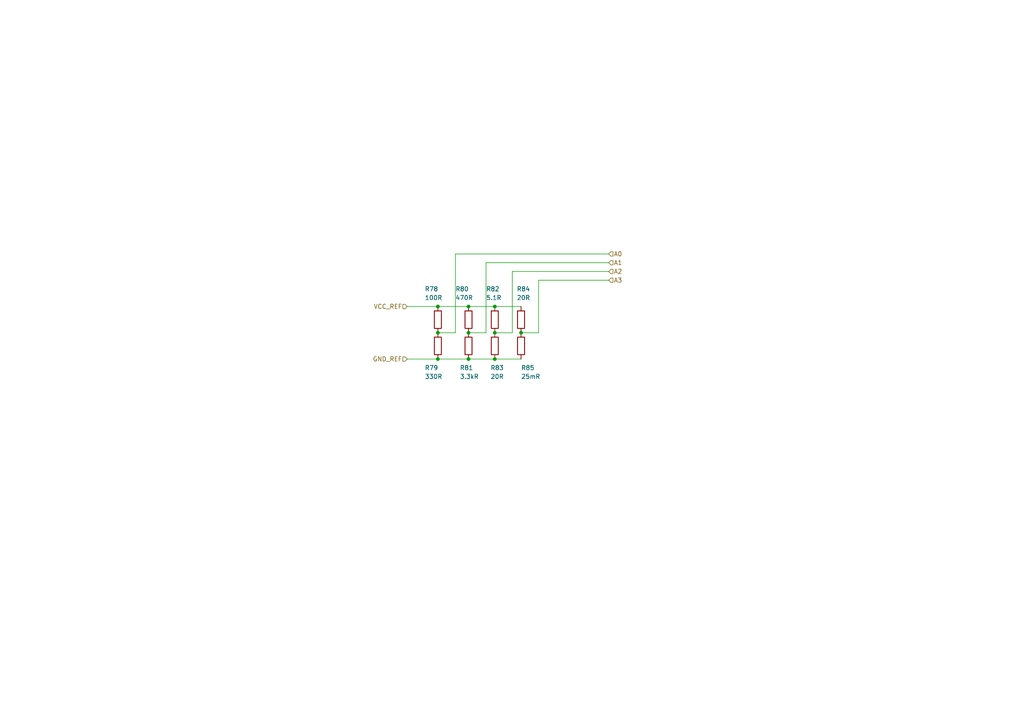
<source format=kicad_sch>
(kicad_sch (version 20211123) (generator eeschema)
  (paper "A4")
  (lib_symbols
    (symbol "Device:R" (pin_numbers hide) (pin_names (offset 0))
      (property "Reference" "R" (at 2.032 0 90))
      (property "Value" "R" (at 0 0 90))
      (symbol "R_0_1"
        (rectangle (start -1.016 -2.54) (end 1.016 2.54) (stroke (width 0.254)))
      )
      (symbol "R_1_1"
        (pin passive line (at 0 3.81 270) (length 1.27) (name "~") (number "1"))
        (pin passive line (at 0 -3.81 90) (length 1.27) (name "~") (number "2"))
      )
    )
  )
  (junction (at 127 88.9))
  (junction (at 135.89 104.14))
  (junction (at 135.89 96.52))
  (junction (at 143.51 96.52))
  (junction (at 127 104.14))
  (junction (at 143.51 104.14))
  (junction (at 127 96.52))
  (junction (at 151.13 96.52))
  (junction (at 143.51 88.9))
  (junction (at 135.89 88.9))
  (wire (pts (xy 140.97 96.52) (xy 140.97 76.2)))
  (wire (pts (xy 127 88.9) (xy 118.11 88.9)))
  (wire (pts (xy 143.51 104.14) (xy 135.89 104.14)))
  (wire (pts (xy 132.08 73.66) (xy 176.53 73.66)))
  (wire (pts (xy 143.51 88.9) (xy 135.89 88.9)))
  (wire (pts (xy 127 96.52) (xy 132.08 96.52)))
  (wire (pts (xy 151.13 88.9) (xy 143.51 88.9)))
  (wire (pts (xy 151.13 96.52) (xy 156.21 96.52)))
  (wire (pts (xy 148.59 78.74) (xy 176.53 78.74)))
  (wire (pts (xy 132.08 96.52) (xy 132.08 73.66)))
  (wire (pts (xy 135.89 96.52) (xy 140.97 96.52)))
  (wire (pts (xy 135.89 88.9) (xy 127 88.9)))
  (wire (pts (xy 143.51 96.52) (xy 148.59 96.52)))
  (wire (pts (xy 176.53 76.2) (xy 140.97 76.2)))
  (wire (pts (xy 156.21 81.28) (xy 176.53 81.28)))
  (wire (pts (xy 156.21 96.52) (xy 156.21 81.28)))
  (wire (pts (xy 135.89 104.14) (xy 127 104.14)))
  (wire (pts (xy 151.13 104.14) (xy 143.51 104.14)))
  (wire (pts (xy 127 104.14) (xy 118.11 104.14)))
  (wire (pts (xy 148.59 96.52) (xy 148.59 78.74)))
  (hierarchical_label "VCC_REF" (shape input) (at 118.11 88.9 180))
  (hierarchical_label "GND_REF" (shape input) (at 118.11 104.14 180))
  (hierarchical_label "A1" (shape input) (at 176.53 76.2 0))
  (hierarchical_label "A2" (shape input) (at 176.53 78.74 0))
  (hierarchical_label "A0" (shape input) (at 176.53 73.66 0))
  (hierarchical_label "A3" (shape input) (at 176.53 81.28 0))
  (symbol (lib_id "Device:R") (at 127 92.71 0) (unit 1)
    (property "Reference" "R78" (at 123.19 83.82 0) (effects (justify left)))
    (property "Value" "100R" (at 123.19 86.36 0) (effects (justify left)))
    (property "Footprint" "Resistor_SMD:R_0603_1608Metric_Pad0.98x0.95mm_HandSolder" (effects hide))
    (property "Part Number" "-" (effects hide))
    (property "Manufacturer" "-" (effects hide))
  )
  (symbol (lib_id "Device:R") (at 135.89 92.71 0) (unit 1)
    (property "Reference" "R80" (at 132.08 83.82 0) (effects (justify left)))
    (property "Value" "470R" (at 132.08 86.36 0) (effects (justify left)))
    (property "Footprint" "Resistor_SMD:R_0603_1608Metric_Pad0.98x0.95mm_HandSolder" (effects hide))
    (property "Part Number" "-" (effects hide))
    (property "Manufacturer" "-" (effects hide))
  )
  (symbol (lib_id "Device:R") (at 135.89 100.33 0) (unit 1)
    (property "Reference" "R81" (at 133.35 106.68 0) (effects (justify left)))
    (property "Value" "3.3kR" (at 133.35 109.22 0) (effects (justify left)))
    (property "Footprint" "Resistor_SMD:R_0603_1608Metric_Pad0.98x0.95mm_HandSolder" (effects hide))
    (property "Part Number" "-" (effects hide))
    (property "Manufacturer" "-" (effects hide))
  )
  (symbol (lib_id "Device:R") (at 143.51 100.33 0) (unit 1)
    (property "Reference" "R83" (at 142.24 106.68 0) (effects (justify left)))
    (property "Value" "20R" (at 142.24 109.22 0) (effects (justify left)))
    (property "Footprint" "Resistor_SMD:R_0603_1608Metric_Pad0.98x0.95mm_HandSolder" (effects hide))
    (property "Part Number" "-" (effects hide))
    (property "Manufacturer" "-" (effects hide))
  )
  (symbol (lib_id "Device:R") (at 151.13 100.33 0) (unit 1)
    (property "Reference" "R85" (at 151.13 106.68 0) (effects (justify left)))
    (property "Value" "25mR" (at 151.13 109.22 0) (effects (justify left)))
    (property "Footprint" "Resistor_SMD:R_1206_3216Metric_Pad1.30x1.75mm_HandSolder" (effects hide))
    (property "Part Number" "-" (effects hide))
    (property "Manufacturer" "-" (effects hide))
  )
  (symbol (lib_id "Device:R") (at 143.51 92.71 0) (unit 1)
    (property "Reference" "R82" (at 140.97 83.82 0) (effects (justify left)))
    (property "Value" "5.1R" (at 140.97 86.36 0) (effects (justify left)))
    (property "Footprint" "Resistor_SMD:R_0603_1608Metric_Pad0.98x0.95mm_HandSolder" (effects hide))
    (property "Part Number" "-" (effects hide))
    (property "Manufacturer" "-" (effects hide))
  )
  (symbol (lib_id "Device:R") (at 151.13 92.71 0) (unit 1)
    (property "Reference" "R84" (at 149.86 83.82 0) (effects (justify left)))
    (property "Value" "20R" (at 149.86 86.36 0) (effects (justify left)))
    (property "Footprint" "Resistor_SMD:R_1206_3216Metric_Pad1.30x1.75mm_HandSolder" (effects hide))
    (property "Part Number" "-" (effects hide))
    (property "Manufacturer" "-" (effects hide))
  )
  (symbol (lib_id "Device:R") (at 127 100.33 0) (unit 1)
    (property "Reference" "R79" (at 123.19 106.68 0) (effects (justify left)))
    (property "Value" "330R" (at 123.19 109.22 0) (effects (justify left)))
    (property "Footprint" "Resistor_SMD:R_1206_3216Metric_Pad1.30x1.75mm_HandSolder" (effects hide))
    (property "Part Number" "-" (effects hide))
    (property "Manufacturer" "-" (effects hide))
  )
)
</source>
